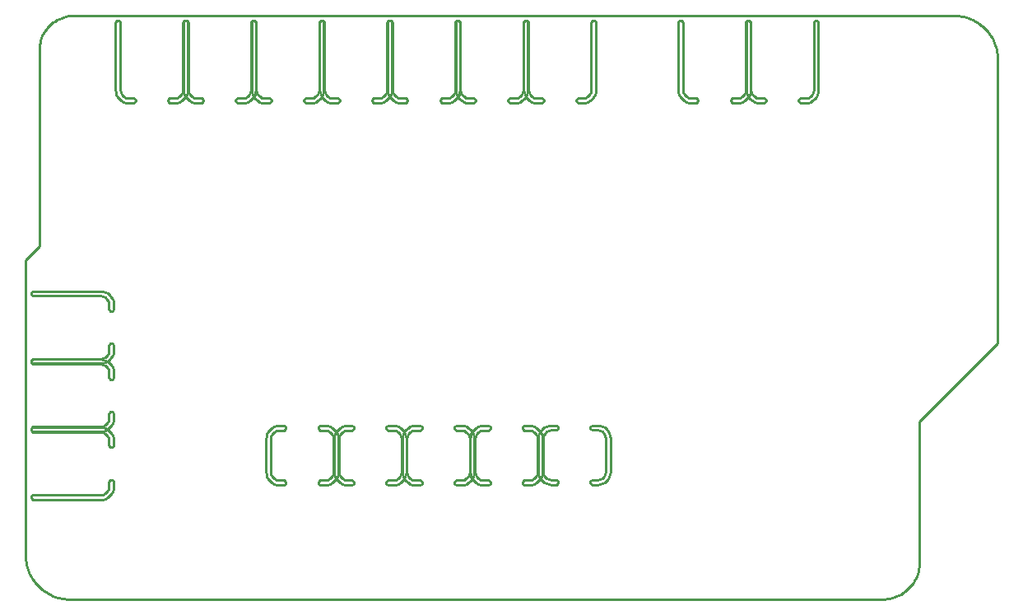
<source format=gko>
G04*
G04 #@! TF.GenerationSoftware,Altium Limited,Altium Designer,18.0.7 (293)*
G04*
G04 Layer_Color=16711935*
%FSLAX25Y25*%
%MOIN*%
G70*
G01*
G75*
%ADD10C,0.01000*%
D10*
X861618Y197643D02*
X862604Y197675D01*
X863585Y197772D01*
X864558Y197932D01*
X865519Y198156D01*
X866463Y198443D01*
X867386Y198790D01*
X868284Y199197D01*
X869154Y199662D01*
X869992Y200183D01*
X870793Y200758D01*
X871556Y201383D01*
X872276Y202057D01*
X872950Y202777D01*
X873575Y203540D01*
X874150Y204341D01*
X874671Y205179D01*
X875136Y206049D01*
X875543Y206947D01*
X875890Y207870D01*
X876177Y208814D01*
X876401Y209775D01*
X876561Y210748D01*
X876658Y211729D01*
X876690Y212715D01*
X744300Y245925D02*
X743424Y245464D01*
Y244474D01*
X744300Y244012D01*
X746212Y245925D02*
X747255Y246090D01*
X748196Y246570D01*
X748943Y247316D01*
X749422Y248257D01*
X749587Y249300D01*
X746212Y244012D02*
X747244Y244114D01*
X748236Y244415D01*
X749150Y244904D01*
X749951Y245561D01*
X750609Y246362D01*
X751097Y247277D01*
X751398Y248269D01*
X751500Y249300D01*
X729450Y244012D02*
X730326Y244474D01*
Y245464D01*
X729450Y245925D01*
X724162Y249300D02*
X724328Y248257D01*
X724807Y247316D01*
X725554Y246570D01*
X726495Y246090D01*
X727537Y245925D01*
X722250Y249300D02*
X722352Y248269D01*
X722652Y247277D01*
X723141Y246362D01*
X723799Y245561D01*
X724600Y244904D01*
X725514Y244415D01*
X726506Y244114D01*
X727537Y244012D01*
X729450Y266062D02*
X730326Y266524D01*
Y267514D01*
X729450Y267975D01*
X727537Y266062D02*
X726495Y265897D01*
X725554Y265418D01*
X724807Y264671D01*
X724328Y263730D01*
X724162Y262687D01*
X727537Y267975D02*
X726506Y267873D01*
X725514Y267572D01*
X724600Y267084D01*
X723799Y266426D01*
X723141Y265625D01*
X722652Y264711D01*
X722352Y263719D01*
X722250Y262687D01*
X744300Y267975D02*
X743424Y267514D01*
Y266524D01*
X744300Y266062D01*
X749587Y262687D02*
X749422Y263730D01*
X748943Y264671D01*
X748196Y265418D01*
X747255Y265897D01*
X746212Y266062D01*
X751500Y262687D02*
X751398Y263719D01*
X751097Y264711D01*
X750609Y265625D01*
X749951Y266426D01*
X749150Y267084D01*
X748236Y267572D01*
X747244Y267873D01*
X746212Y267975D01*
X716738Y245813D02*
X715861Y245351D01*
Y244361D01*
X716738Y243900D01*
X718650Y245813D02*
X719693Y245978D01*
X720634Y246457D01*
X721380Y247204D01*
X721860Y248145D01*
X722025Y249187D01*
X718650Y243900D02*
X719682Y244002D01*
X720673Y244303D01*
X721588Y244791D01*
X722389Y245449D01*
X723046Y246250D01*
X723535Y247164D01*
X723836Y248156D01*
X723938Y249187D01*
X701888Y243900D02*
X702764Y244361D01*
Y245351D01*
X701888Y245813D01*
X696600Y249187D02*
X696765Y248145D01*
X697245Y247204D01*
X697991Y246457D01*
X698932Y245978D01*
X699975Y245813D01*
X694688Y249187D02*
X694789Y248156D01*
X695090Y247164D01*
X695579Y246250D01*
X696236Y245449D01*
X697037Y244791D01*
X697952Y244303D01*
X698944Y244002D01*
X699975Y243900D01*
X701888Y265950D02*
X702764Y266411D01*
Y267401D01*
X701888Y267863D01*
X699975Y265950D02*
X698932Y265785D01*
X697991Y265305D01*
X697245Y264559D01*
X696765Y263618D01*
X696600Y262575D01*
X699975Y267863D02*
X698944Y267761D01*
X697952Y267460D01*
X697037Y266971D01*
X696236Y266314D01*
X695579Y265513D01*
X695090Y264598D01*
X694789Y263607D01*
X694688Y262575D01*
X716738Y267863D02*
X715861Y267401D01*
Y266411D01*
X716738Y265950D01*
X722025Y262575D02*
X721860Y263618D01*
X721380Y264559D01*
X720634Y265305D01*
X719693Y265785D01*
X718650Y265950D01*
X723938Y262575D02*
X723836Y263607D01*
X723535Y264598D01*
X723046Y265513D01*
X722389Y266314D01*
X721588Y266971D01*
X720673Y267460D01*
X719682Y267761D01*
X718650Y267863D01*
X689175Y245813D02*
X688299Y245351D01*
Y244361D01*
X689175Y243900D01*
X691087Y245813D02*
X692130Y245978D01*
X693071Y246457D01*
X693818Y247204D01*
X694297Y248145D01*
X694462Y249187D01*
X691087Y243900D02*
X692119Y244002D01*
X693111Y244303D01*
X694025Y244791D01*
X694826Y245449D01*
X695484Y246250D01*
X695972Y247164D01*
X696273Y248156D01*
X696375Y249187D01*
X674325Y243900D02*
X675201Y244361D01*
Y245351D01*
X674325Y245813D01*
X669037Y249187D02*
X669203Y248145D01*
X669682Y247204D01*
X670429Y246457D01*
X671370Y245978D01*
X672412Y245813D01*
X667125Y249187D02*
X667227Y248156D01*
X667527Y247164D01*
X668016Y246250D01*
X668674Y245449D01*
X669475Y244791D01*
X670389Y244303D01*
X671381Y244002D01*
X672412Y243900D01*
X674325Y265950D02*
X675201Y266411D01*
Y267401D01*
X674325Y267863D01*
X672412Y265950D02*
X671370Y265785D01*
X670429Y265305D01*
X669682Y264559D01*
X669203Y263618D01*
X669037Y262575D01*
X672412Y267863D02*
X671381Y267761D01*
X670389Y267460D01*
X669475Y266971D01*
X668674Y266314D01*
X668016Y265513D01*
X667527Y264598D01*
X667227Y263607D01*
X667125Y262575D01*
X689175Y267863D02*
X688299Y267401D01*
Y266411D01*
X689175Y265950D01*
X694462Y262575D02*
X694297Y263618D01*
X693818Y264559D01*
X693071Y265305D01*
X692130Y265785D01*
X691087Y265950D01*
X696375Y262575D02*
X696273Y263607D01*
X695972Y264598D01*
X695484Y265513D01*
X694826Y266314D01*
X694025Y266971D01*
X693111Y267460D01*
X692119Y267761D01*
X691087Y267863D01*
X661613Y245813D02*
X660736Y245351D01*
Y244361D01*
X661613Y243900D01*
X663525Y245813D02*
X664568Y245978D01*
X665509Y246457D01*
X666255Y247204D01*
X666735Y248145D01*
X666900Y249187D01*
X663525Y243900D02*
X664557Y244002D01*
X665548Y244303D01*
X666463Y244791D01*
X667264Y245449D01*
X667921Y246250D01*
X668410Y247164D01*
X668711Y248156D01*
X668813Y249187D01*
X646763Y243900D02*
X647639Y244361D01*
Y245351D01*
X646763Y245813D01*
X641475Y249187D02*
X641640Y248145D01*
X642120Y247204D01*
X642866Y246457D01*
X643807Y245978D01*
X644850Y245813D01*
X639563Y249187D02*
X639664Y248156D01*
X639965Y247164D01*
X640454Y246250D01*
X641111Y245449D01*
X641912Y244791D01*
X642827Y244303D01*
X643819Y244002D01*
X644850Y243900D01*
X646763Y265950D02*
X647639Y266411D01*
Y267401D01*
X646763Y267863D01*
X644850Y265950D02*
X643807Y265785D01*
X642866Y265305D01*
X642120Y264559D01*
X641640Y263618D01*
X641475Y262575D01*
X644850Y267863D02*
X643819Y267761D01*
X642827Y267460D01*
X641912Y266971D01*
X641111Y266314D01*
X640454Y265513D01*
X639965Y264598D01*
X639664Y263607D01*
X639563Y262575D01*
X661613Y267863D02*
X660736Y267401D01*
Y266411D01*
X661613Y265950D01*
X666900Y262575D02*
X666735Y263618D01*
X666255Y264559D01*
X665509Y265305D01*
X664568Y265785D01*
X663525Y265950D01*
X668813Y262575D02*
X668711Y263607D01*
X668410Y264598D01*
X667921Y265513D01*
X667264Y266314D01*
X666463Y266971D01*
X665548Y267460D01*
X664557Y267761D01*
X663525Y267863D01*
X634050Y245813D02*
X633174Y245351D01*
Y244361D01*
X634050Y243900D01*
X635962Y245813D02*
X637005Y245978D01*
X637946Y246457D01*
X638693Y247204D01*
X639172Y248145D01*
X639337Y249187D01*
X635962Y243900D02*
X636994Y244002D01*
X637986Y244303D01*
X638900Y244791D01*
X639701Y245449D01*
X640359Y246250D01*
X640847Y247164D01*
X641148Y248156D01*
X641250Y249187D01*
X619200Y243900D02*
X620076Y244361D01*
Y245351D01*
X619200Y245813D01*
X613912Y249187D02*
X614078Y248145D01*
X614557Y247204D01*
X615304Y246457D01*
X616245Y245978D01*
X617287Y245813D01*
X612000Y249187D02*
X612102Y248156D01*
X612402Y247164D01*
X612891Y246250D01*
X613549Y245449D01*
X614350Y244791D01*
X615264Y244303D01*
X616256Y244002D01*
X617287Y243900D01*
X619200Y265950D02*
X620076Y266411D01*
Y267401D01*
X619200Y267863D01*
X617287Y265950D02*
X616245Y265785D01*
X615304Y265305D01*
X614557Y264559D01*
X614078Y263618D01*
X613912Y262575D01*
X617287Y267863D02*
X616256Y267761D01*
X615264Y267460D01*
X614350Y266971D01*
X613549Y266314D01*
X612891Y265513D01*
X612402Y264598D01*
X612102Y263607D01*
X612000Y262575D01*
X634050Y267863D02*
X633174Y267401D01*
Y266411D01*
X634050Y265950D01*
X639337Y262575D02*
X639172Y263618D01*
X638693Y264559D01*
X637946Y265305D01*
X637005Y265785D01*
X635962Y265950D01*
X641250Y262575D02*
X641148Y263607D01*
X640847Y264598D01*
X640359Y265513D01*
X639701Y266314D01*
X638900Y266971D01*
X637986Y267460D01*
X636994Y267761D01*
X635962Y267863D01*
X813713Y398587D02*
X814589Y399049D01*
Y400039D01*
X813713Y400500D01*
X808425Y403875D02*
X808590Y402832D01*
X809070Y401891D01*
X809816Y401145D01*
X810757Y400665D01*
X811800Y400500D01*
X806513Y403875D02*
X806614Y402844D01*
X806915Y401852D01*
X807404Y400937D01*
X808061Y400136D01*
X808862Y399479D01*
X809777Y398990D01*
X810769Y398689D01*
X811800Y398587D01*
X808425Y431100D02*
X807964Y431976D01*
X806974D01*
X806513Y431100D01*
X835763D02*
X835301Y431976D01*
X834311D01*
X833850Y431100D01*
X830475Y398587D02*
X831507Y398689D01*
X832498Y398990D01*
X833413Y399479D01*
X834214Y400136D01*
X834871Y400937D01*
X835360Y401852D01*
X835661Y402844D01*
X835763Y403875D01*
X830475Y400500D02*
X831518Y400665D01*
X832459Y401145D01*
X833205Y401891D01*
X833685Y402832D01*
X833850Y403875D01*
X828563Y400500D02*
X827686Y400039D01*
Y399049D01*
X828563Y398587D01*
X786150D02*
X787026Y399049D01*
Y400039D01*
X786150Y400500D01*
X780863Y403875D02*
X781028Y402832D01*
X781507Y401891D01*
X782254Y401145D01*
X783195Y400665D01*
X784237Y400500D01*
X778950Y403875D02*
X779052Y402844D01*
X779353Y401852D01*
X779841Y400937D01*
X780499Y400136D01*
X781300Y399479D01*
X782214Y398990D01*
X783206Y398689D01*
X784237Y398587D01*
X780863Y431100D02*
X780401Y431976D01*
X779411D01*
X778950Y431100D01*
X808200D02*
X807739Y431976D01*
X806749D01*
X806287Y431100D01*
X802913Y398587D02*
X803944Y398689D01*
X804936Y398990D01*
X805850Y399479D01*
X806651Y400136D01*
X807309Y400937D01*
X807798Y401852D01*
X808098Y402844D01*
X808200Y403875D01*
X802913Y400500D02*
X803955Y400665D01*
X804896Y401145D01*
X805643Y401891D01*
X806122Y402832D01*
X806287Y403875D01*
X801000Y400500D02*
X800124Y400039D01*
Y399049D01*
X801000Y398587D01*
X723600D02*
X724476Y399049D01*
Y400039D01*
X723600Y400500D01*
X718313Y403875D02*
X718478Y402832D01*
X718957Y401891D01*
X719704Y401145D01*
X720645Y400665D01*
X721688Y400500D01*
X716400Y403875D02*
X716502Y402844D01*
X716803Y401852D01*
X717291Y400937D01*
X717949Y400136D01*
X718750Y399479D01*
X719664Y398990D01*
X720656Y398689D01*
X721688Y398587D01*
X718313Y431100D02*
X717851Y431976D01*
X716861D01*
X716400Y431100D01*
X745650D02*
X745189Y431976D01*
X744199D01*
X743738Y431100D01*
X740363Y398587D02*
X741394Y398689D01*
X742386Y398990D01*
X743300Y399479D01*
X744101Y400136D01*
X744759Y400937D01*
X745248Y401852D01*
X745548Y402844D01*
X745650Y403875D01*
X740363Y400500D02*
X741405Y400665D01*
X742346Y401145D01*
X743093Y401891D01*
X743572Y402832D01*
X743738Y403875D01*
X738450Y400500D02*
X737574Y400039D01*
Y399049D01*
X738450Y398587D01*
X696037D02*
X696914Y399049D01*
Y400039D01*
X696037Y400500D01*
X690750Y403875D02*
X690915Y402832D01*
X691395Y401891D01*
X692141Y401145D01*
X693082Y400665D01*
X694125Y400500D01*
X688837Y403875D02*
X688939Y402844D01*
X689240Y401852D01*
X689729Y400937D01*
X690386Y400136D01*
X691187Y399479D01*
X692102Y398990D01*
X693093Y398689D01*
X694125Y398587D01*
X690750Y431100D02*
X690289Y431976D01*
X689299D01*
X688837Y431100D01*
X718087D02*
X717626Y431976D01*
X716636D01*
X716175Y431100D01*
X712800Y398587D02*
X713832Y398689D01*
X714823Y398990D01*
X715738Y399479D01*
X716539Y400136D01*
X717196Y400937D01*
X717685Y401852D01*
X717986Y402844D01*
X718087Y403875D01*
X712800Y400500D02*
X713843Y400665D01*
X714784Y401145D01*
X715530Y401891D01*
X716010Y402832D01*
X716175Y403875D01*
X710887Y400500D02*
X710011Y400039D01*
Y399049D01*
X710887Y398587D01*
X668475D02*
X669351Y399049D01*
Y400039D01*
X668475Y400500D01*
X663188Y403875D02*
X663353Y402832D01*
X663832Y401891D01*
X664579Y401145D01*
X665520Y400665D01*
X666563Y400500D01*
X661275Y403875D02*
X661377Y402844D01*
X661678Y401852D01*
X662166Y400937D01*
X662824Y400136D01*
X663625Y399479D01*
X664539Y398990D01*
X665531Y398689D01*
X666563Y398587D01*
X663188Y431100D02*
X662726Y431976D01*
X661736D01*
X661275Y431100D01*
X690525D02*
X690064Y431976D01*
X689074D01*
X688613Y431100D01*
X685238Y398587D02*
X686269Y398689D01*
X687261Y398990D01*
X688175Y399479D01*
X688976Y400136D01*
X689634Y400937D01*
X690123Y401852D01*
X690423Y402844D01*
X690525Y403875D01*
X685238Y400500D02*
X686280Y400665D01*
X687221Y401145D01*
X687968Y401891D01*
X688447Y402832D01*
X688613Y403875D01*
X683325Y400500D02*
X682449Y400039D01*
Y399049D01*
X683325Y398587D01*
X640912D02*
X641789Y399049D01*
Y400039D01*
X640912Y400500D01*
X635625Y403875D02*
X635790Y402832D01*
X636270Y401891D01*
X637016Y401145D01*
X637957Y400665D01*
X639000Y400500D01*
X633712Y403875D02*
X633814Y402844D01*
X634115Y401852D01*
X634604Y400937D01*
X635261Y400136D01*
X636062Y399479D01*
X636977Y398990D01*
X637968Y398689D01*
X639000Y398587D01*
X635625Y431100D02*
X635164Y431976D01*
X634174D01*
X633712Y431100D01*
X662962D02*
X662501Y431976D01*
X661511D01*
X661050Y431100D01*
X657675Y398587D02*
X658707Y398689D01*
X659698Y398990D01*
X660613Y399479D01*
X661414Y400136D01*
X662071Y400937D01*
X662560Y401852D01*
X662861Y402844D01*
X662962Y403875D01*
X657675Y400500D02*
X658718Y400665D01*
X659659Y401145D01*
X660405Y401891D01*
X660885Y402832D01*
X661050Y403875D01*
X655762Y400500D02*
X654886Y400039D01*
Y399049D01*
X655762Y398587D01*
X613350D02*
X614226Y399049D01*
Y400039D01*
X613350Y400500D01*
X608063Y403875D02*
X608228Y402832D01*
X608707Y401891D01*
X609454Y401145D01*
X610395Y400665D01*
X611438Y400500D01*
X606150Y403875D02*
X606252Y402844D01*
X606553Y401852D01*
X607041Y400937D01*
X607699Y400136D01*
X608500Y399479D01*
X609414Y398990D01*
X610406Y398689D01*
X611438Y398587D01*
X608063Y431100D02*
X607601Y431976D01*
X606611D01*
X606150Y431100D01*
X635400D02*
X634939Y431976D01*
X633949D01*
X633488Y431100D01*
X630113Y398587D02*
X631144Y398689D01*
X632136Y398990D01*
X633050Y399479D01*
X633851Y400136D01*
X634509Y400937D01*
X634998Y401852D01*
X635298Y402844D01*
X635400Y403875D01*
X630113Y400500D02*
X631155Y400665D01*
X632096Y401145D01*
X632843Y401891D01*
X633322Y402832D01*
X633488Y403875D01*
X628200Y400500D02*
X627324Y400039D01*
Y399049D01*
X628200Y398587D01*
X585787D02*
X586664Y399049D01*
Y400039D01*
X585787Y400500D01*
X580500Y403875D02*
X580665Y402832D01*
X581145Y401891D01*
X581891Y401145D01*
X582832Y400665D01*
X583875Y400500D01*
X578587Y403875D02*
X578689Y402844D01*
X578990Y401852D01*
X579479Y400937D01*
X580136Y400136D01*
X580937Y399479D01*
X581852Y398990D01*
X582843Y398689D01*
X583875Y398587D01*
X580500Y431100D02*
X580039Y431976D01*
X579049D01*
X578587Y431100D01*
X607837D02*
X607376Y431976D01*
X606386D01*
X605925Y431100D01*
X602550Y398587D02*
X603581Y398689D01*
X604573Y398990D01*
X605488Y399479D01*
X606289Y400136D01*
X606946Y400937D01*
X607435Y401852D01*
X607736Y402844D01*
X607837Y403875D01*
X602550Y400500D02*
X603593Y400665D01*
X604534Y401145D01*
X605280Y401891D01*
X605760Y402832D01*
X605925Y403875D01*
X600637Y400500D02*
X599761Y400039D01*
Y399049D01*
X600637Y398587D01*
X558225D02*
X559101Y399049D01*
Y400039D01*
X558225Y400500D01*
X552938Y403875D02*
X553103Y402832D01*
X553582Y401891D01*
X554329Y401145D01*
X555270Y400665D01*
X556313Y400500D01*
X551025Y403875D02*
X551127Y402844D01*
X551428Y401852D01*
X551916Y400937D01*
X552574Y400136D01*
X553375Y399479D01*
X554289Y398990D01*
X555281Y398689D01*
X556313Y398587D01*
X552938Y431100D02*
X552476Y431976D01*
X551486D01*
X551025Y431100D01*
X580275D02*
X579814Y431976D01*
X578824D01*
X578363Y431100D01*
X574988Y398587D02*
X576019Y398689D01*
X577011Y398990D01*
X577925Y399479D01*
X578726Y400136D01*
X579384Y400937D01*
X579873Y401852D01*
X580173Y402844D01*
X580275Y403875D01*
X574988Y400500D02*
X576030Y400665D01*
X576971Y401145D01*
X577718Y401891D01*
X578197Y402832D01*
X578363Y403875D01*
X573075Y400500D02*
X572199Y400039D01*
Y399049D01*
X573075Y398587D01*
X550238Y300262D02*
X549776Y301139D01*
X548786D01*
X548325Y300262D01*
X544950Y294975D02*
X545993Y295140D01*
X546934Y295620D01*
X547680Y296366D01*
X548160Y297307D01*
X548325Y298350D01*
X544950Y293062D02*
X545982Y293164D01*
X546973Y293465D01*
X547888Y293954D01*
X548689Y294611D01*
X549346Y295412D01*
X549835Y296327D01*
X550136Y297319D01*
X550238Y298350D01*
X517725Y294975D02*
X516849Y294514D01*
Y293524D01*
X517725Y293062D01*
Y322312D02*
X516849Y321851D01*
Y320861D01*
X517725Y320400D01*
X550238Y317025D02*
X550136Y318057D01*
X549835Y319048D01*
X549346Y319963D01*
X548689Y320764D01*
X547888Y321421D01*
X546973Y321910D01*
X545982Y322211D01*
X544950Y322312D01*
X548325Y317025D02*
X548160Y318068D01*
X547680Y319009D01*
X546934Y319755D01*
X545993Y320235D01*
X544950Y320400D01*
X548325Y315112D02*
X548786Y314236D01*
X549776D01*
X550238Y315112D01*
Y272700D02*
X549776Y273576D01*
X548786D01*
X548325Y272700D01*
X544950Y267412D02*
X545993Y267578D01*
X546934Y268057D01*
X547680Y268804D01*
X548160Y269745D01*
X548325Y270788D01*
X544950Y265500D02*
X545982Y265602D01*
X546973Y265902D01*
X547888Y266391D01*
X548689Y267049D01*
X549346Y267850D01*
X549835Y268764D01*
X550136Y269756D01*
X550238Y270788D01*
X517725Y267412D02*
X516849Y266951D01*
Y265961D01*
X517725Y265500D01*
Y294750D02*
X516849Y294289D01*
Y293299D01*
X517725Y292838D01*
X550238Y289462D02*
X550136Y290494D01*
X549835Y291486D01*
X549346Y292400D01*
X548689Y293201D01*
X547888Y293859D01*
X546973Y294348D01*
X545982Y294648D01*
X544950Y294750D01*
X548325Y289462D02*
X548160Y290505D01*
X547680Y291446D01*
X546934Y292193D01*
X545993Y292672D01*
X544950Y292838D01*
X548325Y287550D02*
X548786Y286674D01*
X549776D01*
X550238Y287550D01*
X548325Y259987D02*
X548786Y259111D01*
X549776D01*
X550238Y259987D01*
X548325Y261900D02*
X548160Y262943D01*
X547680Y263884D01*
X546934Y264630D01*
X545993Y265110D01*
X544950Y265275D01*
X550238Y261900D02*
X550136Y262931D01*
X549835Y263923D01*
X549346Y264838D01*
X548689Y265639D01*
X547888Y266296D01*
X546973Y266785D01*
X545982Y267086D01*
X544950Y267188D01*
X517725D02*
X516849Y266726D01*
Y265736D01*
X517725Y265275D01*
Y239850D02*
X516849Y239389D01*
Y238399D01*
X517725Y237937D01*
X544950D02*
X545982Y238039D01*
X546973Y238340D01*
X547888Y238829D01*
X548689Y239486D01*
X549346Y240287D01*
X549835Y241202D01*
X550136Y242194D01*
X550238Y243225D01*
X544950Y239850D02*
X545993Y240015D01*
X546934Y240495D01*
X547680Y241241D01*
X548160Y242182D01*
X548325Y243225D01*
X550238Y245138D02*
X549776Y246014D01*
X548786D01*
X548325Y245138D01*
X533925Y433886D02*
X532942Y433851D01*
X531964Y433746D01*
X530996Y433571D01*
X530043Y433328D01*
X529109Y433017D01*
X528201Y432641D01*
X527321Y432201D01*
X526475Y431699D01*
X525667Y431138D01*
X524901Y430521D01*
X524181Y429850D01*
X523511Y429131D01*
X522894Y428365D01*
X522333Y427557D01*
X521831Y426711D01*
X521391Y425831D01*
X521014Y424922D01*
X520704Y423989D01*
X520460Y423036D01*
X520286Y422068D01*
X520181Y421090D01*
X520146Y420107D01*
X514634Y215382D02*
X514662Y214388D01*
X514746Y213398D01*
X514885Y212414D01*
X515078Y211439D01*
X515327Y210477D01*
X515628Y209530D01*
X515983Y208602D01*
X516389Y207695D01*
X516845Y206812D01*
X517350Y205956D01*
X517902Y205130D01*
X518500Y204336D01*
X519141Y203576D01*
X519823Y202854D01*
X520545Y202171D01*
X521305Y201530D01*
X522099Y200933D01*
X522925Y200381D01*
X523781Y199876D01*
X524664Y199420D01*
X525571Y199014D01*
X526500Y198659D01*
X527446Y198358D01*
X528409Y198109D01*
X529383Y197915D01*
X530367Y197777D01*
X531357Y197693D01*
X532351Y197665D01*
X908335Y416170D02*
X908307Y417163D01*
X908223Y418153D01*
X908084Y419137D01*
X907890Y420112D01*
X907642Y421074D01*
X907340Y422021D01*
X906986Y422950D01*
X906580Y423857D01*
X906124Y424740D01*
X905619Y425596D01*
X905067Y426422D01*
X904469Y427216D01*
X903828Y427975D01*
X903145Y428697D01*
X902423Y429380D01*
X901664Y430021D01*
X900870Y430619D01*
X900044Y431171D01*
X899188Y431676D01*
X898305Y432132D01*
X897398Y432538D01*
X896469Y432892D01*
X895522Y433194D01*
X894560Y433442D01*
X893586Y433636D01*
X892601Y433775D01*
X891611Y433858D01*
X890618Y433886D01*
X876713Y269438D02*
X908325Y301050D01*
X876713Y212625D02*
Y269438D01*
X908325Y416250D02*
X908325Y301050D01*
X751500Y249300D02*
Y262687D01*
X749587Y249300D02*
Y262575D01*
X744300Y245925D02*
X746212D01*
X744300Y244012D02*
X746212D01*
X727537Y245925D02*
X729450D01*
X727537Y244012D02*
X729450D01*
X722250Y248962D02*
Y262687D01*
X724162Y248962D02*
Y262687D01*
X727537Y266062D02*
X729450D01*
X727537Y267975D02*
X729450D01*
X744300Y266062D02*
X746212D01*
X744300Y267975D02*
X746212D01*
X723938Y249187D02*
Y262575D01*
X722025Y249187D02*
Y262462D01*
X716738Y245813D02*
X718650D01*
X716738Y243900D02*
X718650D01*
X699975Y245813D02*
X701888D01*
X699975Y243900D02*
X701888D01*
X694688Y248850D02*
Y262575D01*
X696600Y248850D02*
Y262575D01*
X699975Y265950D02*
X701888D01*
X699975Y267863D02*
X701888D01*
X716738Y265950D02*
X718650D01*
X716738Y267863D02*
X718650D01*
X696375Y249187D02*
Y262575D01*
X694462Y249187D02*
Y262462D01*
X689175Y245813D02*
X691087D01*
X689175Y243900D02*
X691087D01*
X672412Y245813D02*
X674325D01*
X672412Y243900D02*
X674325D01*
X667125Y248850D02*
Y262575D01*
X669037Y248850D02*
Y262575D01*
X672412Y265950D02*
X674325D01*
X672412Y267863D02*
X674325D01*
X689175Y265950D02*
X691087D01*
X689175Y267863D02*
X691087D01*
X668813Y249187D02*
Y262575D01*
X666900Y249187D02*
Y262462D01*
X661613Y245813D02*
X663525D01*
X661613Y243900D02*
X663525D01*
X644850Y245813D02*
X646763D01*
X644850Y243900D02*
X646763D01*
X639563Y248850D02*
Y262575D01*
X641475Y248850D02*
Y262575D01*
X644850Y265950D02*
X646763D01*
X644850Y267863D02*
X646763D01*
X661613Y265950D02*
X663525D01*
X661613Y267863D02*
X663525D01*
X641250Y249187D02*
Y262575D01*
X639337Y249187D02*
Y262462D01*
X634050Y245813D02*
X635962D01*
X634050Y243900D02*
X635962D01*
X617287Y245813D02*
X619200D01*
X617287Y243900D02*
X619200D01*
X612000Y248850D02*
Y262575D01*
X613912Y248850D02*
Y262575D01*
X617287Y265950D02*
X619200D01*
X617287Y267863D02*
X619200D01*
X634050Y265950D02*
X635962D01*
X634050Y267863D02*
X635962D01*
X806513Y403875D02*
Y431213D01*
X808425Y403875D02*
Y431100D01*
X811800Y400500D02*
X813713D01*
X811800Y398587D02*
X813713D01*
X828563D02*
X830475D01*
X828563Y400500D02*
X830475D01*
X833850Y403875D02*
Y431100D01*
X835763Y403875D02*
Y431213D01*
X778950Y403875D02*
Y431213D01*
X780863Y403875D02*
Y431100D01*
X784237Y400500D02*
X786150D01*
X784237Y398587D02*
X786150D01*
X801000D02*
X802913D01*
X801000Y400500D02*
X802913D01*
X806287Y403875D02*
Y431100D01*
X808200Y403875D02*
Y431213D01*
X716400Y403875D02*
Y431213D01*
X718313Y403875D02*
Y431100D01*
X721688Y400500D02*
X723600D01*
X721688Y398587D02*
X723600D01*
X738450D02*
X740363D01*
X738450Y400500D02*
X740363D01*
X743738Y403875D02*
Y431100D01*
X745650Y403875D02*
Y431213D01*
X688837Y403875D02*
Y431213D01*
X690750Y403875D02*
Y431100D01*
X694125Y400500D02*
X696037D01*
X694125Y398587D02*
X696037D01*
X710887D02*
X712800D01*
X710887Y400500D02*
X712800D01*
X716175Y403875D02*
Y431100D01*
X718087Y403875D02*
Y431213D01*
X661275Y403875D02*
Y431213D01*
X663188Y403875D02*
Y431100D01*
X666563Y400500D02*
X668475D01*
X666563Y398587D02*
X668475D01*
X683325D02*
X685238D01*
X683325Y400500D02*
X685238D01*
X688613Y403875D02*
Y431100D01*
X690525Y403875D02*
Y431213D01*
X633712Y403875D02*
Y431213D01*
X635625Y403875D02*
Y431100D01*
X639000Y400500D02*
X640912D01*
X639000Y398587D02*
X640912D01*
X655762D02*
X657675D01*
X655762Y400500D02*
X657675D01*
X661050Y403875D02*
Y431100D01*
X662962Y403875D02*
Y431213D01*
X606150Y403875D02*
Y431213D01*
X608063Y403875D02*
Y431100D01*
X611438Y400500D02*
X613350D01*
X611438Y398587D02*
X613350D01*
X628200D02*
X630113D01*
X628200Y400500D02*
X630113D01*
X633488Y403875D02*
Y431100D01*
X635400Y403875D02*
Y431213D01*
X578587Y403875D02*
Y431213D01*
X580500Y403875D02*
Y431100D01*
X583875Y400500D02*
X585787D01*
X583875Y398587D02*
X585787D01*
X600637D02*
X602550D01*
X600637Y400500D02*
X602550D01*
X605925Y403875D02*
Y431100D01*
X607837Y403875D02*
Y431213D01*
X551025Y403875D02*
Y431213D01*
X552938Y403875D02*
Y431100D01*
X556313Y400500D02*
X558225D01*
X556313Y398587D02*
X558225D01*
X573075D02*
X574988D01*
X573075Y400500D02*
X574988D01*
X578363Y403875D02*
Y431100D01*
X580275Y403875D02*
Y431213D01*
X517613Y293062D02*
X544950D01*
X517725Y294975D02*
X544950D01*
X548325Y298350D02*
Y300262D01*
X550238Y298350D02*
Y300262D01*
Y315112D02*
Y317025D01*
X548325Y315112D02*
Y317025D01*
X517725Y320400D02*
X544950D01*
X517613Y322312D02*
X544950D01*
X517613Y265500D02*
X544950D01*
X517725Y267412D02*
X544950D01*
X548325Y270788D02*
Y272700D01*
X550238Y270788D02*
Y272700D01*
Y287550D02*
Y289462D01*
X548325Y287550D02*
Y289462D01*
X517725Y292838D02*
X544950D01*
X517613Y294750D02*
X544950D01*
X517613Y267188D02*
X544950D01*
X517725Y265275D02*
X544950D01*
X548325Y259987D02*
Y261900D01*
X550238Y259987D02*
Y261900D01*
Y243225D02*
Y245138D01*
X548325Y243225D02*
Y245138D01*
X517725Y239850D02*
X544950D01*
X517613Y237937D02*
X544950D01*
X532350Y197665D02*
X861862Y197665D01*
X533925Y433886D02*
X890618Y433886D01*
X520146Y340382D02*
Y420107D01*
X514634Y334871D02*
X520146Y340382D01*
X514634Y215382D02*
X514634Y334871D01*
M02*

</source>
